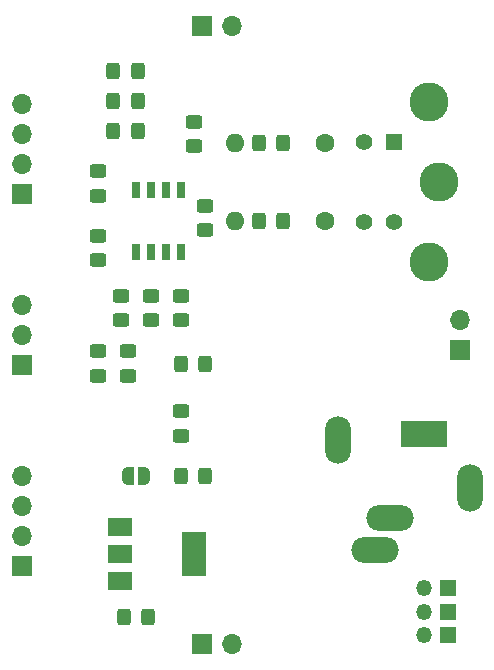
<source format=gbr>
G04 #@! TF.GenerationSoftware,KiCad,Pcbnew,(6.0.0)*
G04 #@! TF.CreationDate,2022-02-19T22:35:43+01:00*
G04 #@! TF.ProjectId,rfreplacement,72667265-706c-4616-9365-6d656e742e6b,rev?*
G04 #@! TF.SameCoordinates,Original*
G04 #@! TF.FileFunction,Soldermask,Top*
G04 #@! TF.FilePolarity,Negative*
%FSLAX46Y46*%
G04 Gerber Fmt 4.6, Leading zero omitted, Abs format (unit mm)*
G04 Created by KiCad (PCBNEW (6.0.0)) date 2022-02-19 22:35:43*
%MOMM*%
%LPD*%
G01*
G04 APERTURE LIST*
G04 Aperture macros list*
%AMRoundRect*
0 Rectangle with rounded corners*
0 $1 Rounding radius*
0 $2 $3 $4 $5 $6 $7 $8 $9 X,Y pos of 4 corners*
0 Add a 4 corners polygon primitive as box body*
4,1,4,$2,$3,$4,$5,$6,$7,$8,$9,$2,$3,0*
0 Add four circle primitives for the rounded corners*
1,1,$1+$1,$2,$3*
1,1,$1+$1,$4,$5*
1,1,$1+$1,$6,$7*
1,1,$1+$1,$8,$9*
0 Add four rect primitives between the rounded corners*
20,1,$1+$1,$2,$3,$4,$5,0*
20,1,$1+$1,$4,$5,$6,$7,0*
20,1,$1+$1,$6,$7,$8,$9,0*
20,1,$1+$1,$8,$9,$2,$3,0*%
%AMFreePoly0*
4,1,22,0.500000,-0.750000,0.000000,-0.750000,0.000000,-0.745033,-0.079941,-0.743568,-0.215256,-0.701293,-0.333266,-0.622738,-0.424486,-0.514219,-0.481581,-0.384460,-0.499164,-0.250000,-0.500000,-0.250000,-0.500000,0.250000,-0.499164,0.250000,-0.499963,0.256109,-0.478152,0.396186,-0.417904,0.524511,-0.324060,0.630769,-0.204165,0.706417,-0.067858,0.745374,0.000000,0.744959,0.000000,0.750000,
0.500000,0.750000,0.500000,-0.750000,0.500000,-0.750000,$1*%
%AMFreePoly1*
4,1,20,0.000000,0.744959,0.073905,0.744508,0.209726,0.703889,0.328688,0.626782,0.421226,0.519385,0.479903,0.390333,0.500000,0.250000,0.500000,-0.250000,0.499851,-0.262216,0.476331,-0.402017,0.414519,-0.529596,0.319384,-0.634700,0.198574,-0.708877,0.061801,-0.746166,0.000000,-0.745033,0.000000,-0.750000,-0.500000,-0.750000,-0.500000,0.750000,0.000000,0.750000,0.000000,0.744959,
0.000000,0.744959,$1*%
G04 Aperture macros list end*
%ADD10O,1.350000X1.350000*%
%ADD11R,1.350000X1.350000*%
%ADD12R,1.700000X1.700000*%
%ADD13O,1.700000X1.700000*%
%ADD14R,0.800000X1.450000*%
%ADD15RoundRect,0.249999X0.325001X0.450001X-0.325001X0.450001X-0.325001X-0.450001X0.325001X-0.450001X0*%
%ADD16RoundRect,0.249999X0.450001X-0.325001X0.450001X0.325001X-0.450001X0.325001X-0.450001X-0.325001X0*%
%ADD17RoundRect,0.249999X-0.450001X0.325001X-0.450001X-0.325001X0.450001X-0.325001X0.450001X0.325001X0*%
%ADD18FreePoly0,180.000000*%
%ADD19FreePoly1,180.000000*%
%ADD20RoundRect,0.249999X-0.325001X-0.450001X0.325001X-0.450001X0.325001X0.450001X-0.325001X0.450001X0*%
%ADD21R,2.000000X1.500000*%
%ADD22R,2.000000X3.800000*%
%ADD23O,4.000000X2.200000*%
%ADD24O,2.200000X4.000000*%
%ADD25R,4.000000X2.200000*%
%ADD26R,1.398000X1.398000*%
%ADD27C,1.398000*%
%ADD28C,3.306000*%
%ADD29C,1.600000*%
%ADD30O,1.600000X1.600000*%
%ADD31RoundRect,0.250000X-0.325000X-0.450000X0.325000X-0.450000X0.325000X0.450000X-0.325000X0.450000X0*%
G04 APERTURE END LIST*
D10*
X142000000Y-108500000D03*
D11*
X144000000Y-108500000D03*
D10*
X142000000Y-104500000D03*
D11*
X144000000Y-104500000D03*
X144000000Y-106500000D03*
D10*
X142000000Y-106500000D03*
D12*
X107950000Y-102616000D03*
D13*
X107950000Y-100076000D03*
X107950000Y-97536000D03*
X107950000Y-94996000D03*
D14*
X117602000Y-76031000D03*
X118872000Y-76031000D03*
X120142000Y-76031000D03*
X121412000Y-76031000D03*
X121412000Y-70781000D03*
X120142000Y-70781000D03*
X118872000Y-70781000D03*
X117602000Y-70781000D03*
D15*
X118636000Y-106934000D03*
X116586000Y-106934000D03*
D16*
X123444000Y-74177000D03*
X123444000Y-72127000D03*
D17*
X118872000Y-79756000D03*
X118872000Y-81806000D03*
D16*
X121412000Y-81806000D03*
X121412000Y-79756000D03*
D18*
X118267000Y-94996000D03*
D19*
X116967000Y-94996000D03*
D17*
X122555000Y-65015000D03*
X122555000Y-67065000D03*
X114427000Y-74676000D03*
X114427000Y-76726000D03*
D20*
X115697000Y-60706000D03*
X117747000Y-60706000D03*
D15*
X117747000Y-65786000D03*
X115697000Y-65786000D03*
D20*
X115697000Y-63246000D03*
X117747000Y-63246000D03*
D15*
X123462000Y-94996000D03*
X121412000Y-94996000D03*
X123462000Y-85471000D03*
X121412000Y-85471000D03*
D16*
X114427000Y-86496000D03*
X114427000Y-84446000D03*
D21*
X116230000Y-99300000D03*
X116230000Y-101600000D03*
X116230000Y-103900000D03*
D22*
X122530000Y-101600000D03*
D16*
X114427000Y-71256000D03*
X114427000Y-69206000D03*
D17*
X116967000Y-84446000D03*
X116967000Y-86496000D03*
D16*
X116332000Y-81806000D03*
X116332000Y-79756000D03*
D12*
X107950000Y-85598000D03*
D13*
X107950000Y-83058000D03*
X107950000Y-80518000D03*
D17*
X121412000Y-89526000D03*
X121412000Y-91576000D03*
D12*
X107950000Y-71120000D03*
D13*
X107950000Y-68580000D03*
X107950000Y-66040000D03*
X107950000Y-63500000D03*
D23*
X137886000Y-101240000D03*
X139086000Y-98540000D03*
D24*
X145886000Y-96040000D03*
D25*
X141986000Y-91440000D03*
D24*
X134686000Y-91940000D03*
D26*
X139446000Y-66754000D03*
D27*
X139446000Y-73454000D03*
X136956000Y-66754000D03*
X136956000Y-73454000D03*
D28*
X143256000Y-70104000D03*
X142446000Y-76864000D03*
X142446000Y-63344000D03*
D29*
X133604000Y-66802000D03*
D30*
X125984000Y-66802000D03*
D29*
X133604000Y-73406000D03*
D30*
X125984000Y-73406000D03*
D31*
X127998000Y-73406000D03*
X130048000Y-73406000D03*
X128016000Y-66802000D03*
X130066000Y-66802000D03*
D12*
X145034000Y-84328000D03*
D13*
X145034000Y-81788000D03*
D12*
X123190000Y-109220000D03*
D13*
X125730000Y-109220000D03*
D12*
X123190000Y-56896000D03*
D13*
X125730000Y-56896000D03*
M02*

</source>
